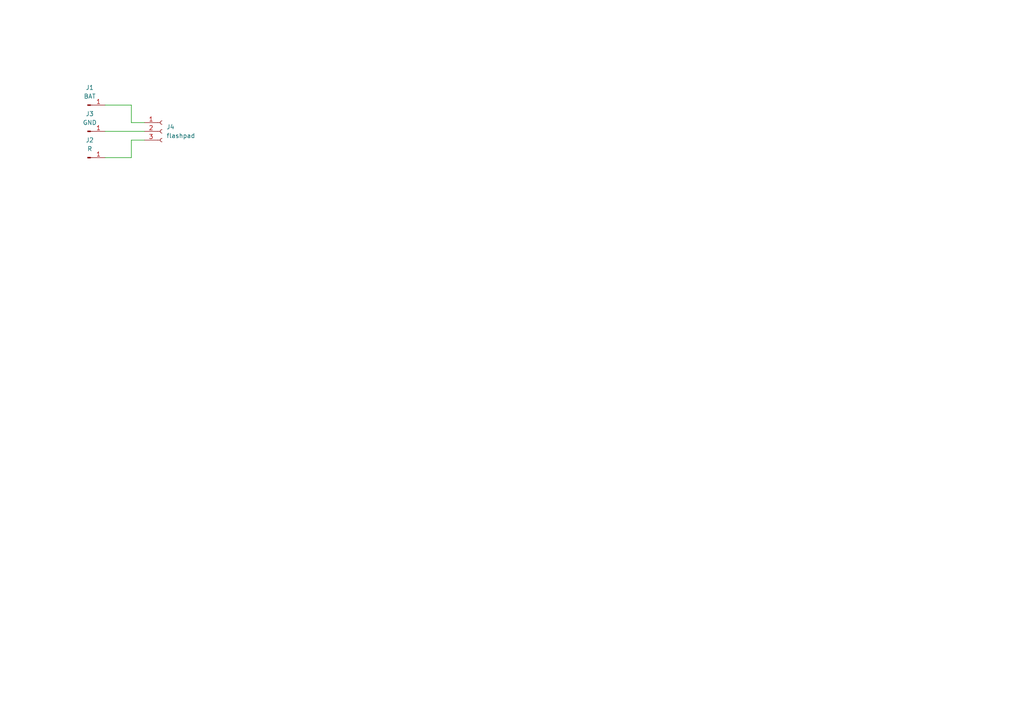
<source format=kicad_sch>
(kicad_sch (version 20231120) (generator "eeschema") (generator_version "8.0")
  (paper "A4")
  (lib_symbols
    (symbol "Connector:Conn_01x01_Pin" (pin_names (offset 1.016) hide)
      (property "Reference" "J" (at 0 2.54 0))
      (property "Value" "Conn_01x01_Pin" (at 0 -2.54 0))
      (symbol "Conn_01x01_Pin_1_1"
        (polyline (pts (xy 1.27 0) (xy 0.8636 0)) (stroke (width 0.1524)))
        (rectangle (start 0.8636 0.127) (end 0 -0.127) (stroke (width 0.1524)) (fill (type outline)))
        (pin passive line (at 5.08 0 180) (length 3.81) (name "Pin_1") (number "1"))
      )
    )
    (symbol "Connector:Conn_01x03_Socket" (pin_names (offset 1.016) hide)
      (property "Reference" "J" (at 0 5.08 0))
      (property "Value" "Conn_01x03_Socket" (at 0 -5.08 0))
      (symbol "Conn_01x03_Socket_1_1"
        (arc (start 0 -2.032) (mid -0.5058 -2.54) (end 0 -3.048) (stroke (width 0.1524)))
        (polyline (pts (xy -1.27 -2.54) (xy -0.508 -2.54)) (stroke (width 0.1524)))
        (polyline (pts (xy -1.27 0) (xy -0.508 0)) (stroke (width 0.1524)))
        (polyline (pts (xy -1.27 2.54) (xy -0.508 2.54)) (stroke (width 0.1524)))
        (arc (start 0 0.508) (mid -0.5058 0) (end 0 -0.508) (stroke (width 0.1524)))
        (arc (start 0 3.048) (mid -0.5058 2.54) (end 0 2.032) (stroke (width 0.1524)))
        (pin passive line (at -5.08 2.54 0) (length 3.81) (name "Pin_1") (number "1"))
        (pin passive line (at -5.08 0 0) (length 3.81) (name "Pin_2") (number "2"))
        (pin passive line (at -5.08 -2.54 0) (length 3.81) (name "Pin_3") (number "3"))
      )
    )
  )
  (wire (pts (xy 30.48 30.48) (xy 38.1 30.48)))
  (wire (pts (xy 38.1 30.48) (xy 38.1 35.56)))
  (wire (pts (xy 38.1 40.64) (xy 38.1 45.72)))
  (wire (pts (xy 41.91 40.64) (xy 38.1 40.64)))
  (wire (pts (xy 38.1 45.72) (xy 30.48 45.72)))
  (wire (pts (xy 30.48 38.1) (xy 41.91 38.1)))
  (wire (pts (xy 38.1 35.56) (xy 41.91 35.56)))
  (symbol (lib_id "Connector:Conn_01x01_Pin") (at 25.4 38.1 0) (unit 1)
    (property "Reference" "J3" (at 26.035 33.02 0))
    (property "Value" "GND" (at 26.035 35.56 0))
    (property "Footprint" "TestPoint:TestPoint_Pad_1.0x1.0mm" (effects (hide yes)))
    (property "Description" "Generic connector, single row, 01x01, script generated" (effects (hide yes)))
  )
  (symbol (lib_id "Connector:Conn_01x01_Pin") (at 25.4 30.48 0) (unit 1)
    (property "Reference" "J1" (at 26.035 25.4 0))
    (property "Value" "BAT" (at 26.035 27.94 0))
    (property "Footprint" "TestPoint:TestPoint_Pad_D2.0mm" (effects (hide yes)))
    (property "Description" "Generic connector, single row, 01x01, script generated" (effects (hide yes)))
  )
  (symbol (lib_id "Connector:Conn_01x03_Socket") (at 46.99 38.1 0) (unit 1)
    (property "Reference" "J4" (at 48.26 36.8299 0) (effects (justify left)))
    (property "Value" "flashpad" (at 48.26 39.3699 0) (effects (justify left)))
    (property "Footprint" "project:flashpads" (effects (hide yes)))
    (property "Description" "Generic connector, single row, 01x03, script generated" (effects (hide yes)))
  )
  (symbol (lib_id "Connector:Conn_01x01_Pin") (at 25.4 45.72 0) (unit 1)
    (property "Reference" "J2" (at 26.035 40.64 0))
    (property "Value" "R" (at 26.035 43.18 0))
    (property "Footprint" "TestPoint:TestPoint_Pad_D2.0mm" (effects (hide yes)))
    (property "Description" "Generic connector, single row, 01x01, script generated" (effects (hide yes)))
  )
)
</source>
